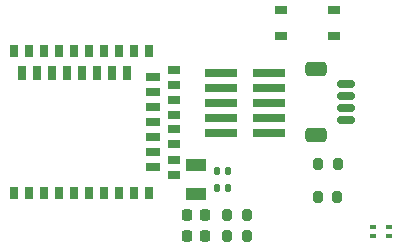
<source format=gbr>
%TF.GenerationSoftware,KiCad,Pcbnew,8.0.2*%
%TF.CreationDate,2024-05-18T21:01:54+12:00*%
%TF.ProjectId,yuzu-pcb,79757a75-2d70-4636-922e-6b696361645f,rev?*%
%TF.SameCoordinates,Original*%
%TF.FileFunction,Paste,Top*%
%TF.FilePolarity,Positive*%
%FSLAX46Y46*%
G04 Gerber Fmt 4.6, Leading zero omitted, Abs format (unit mm)*
G04 Created by KiCad (PCBNEW 8.0.2) date 2024-05-18 21:01:54*
%MOMM*%
%LPD*%
G01*
G04 APERTURE LIST*
G04 Aperture macros list*
%AMRoundRect*
0 Rectangle with rounded corners*
0 $1 Rounding radius*
0 $2 $3 $4 $5 $6 $7 $8 $9 X,Y pos of 4 corners*
0 Add a 4 corners polygon primitive as box body*
4,1,4,$2,$3,$4,$5,$6,$7,$8,$9,$2,$3,0*
0 Add four circle primitives for the rounded corners*
1,1,$1+$1,$2,$3*
1,1,$1+$1,$4,$5*
1,1,$1+$1,$6,$7*
1,1,$1+$1,$8,$9*
0 Add four rect primitives between the rounded corners*
20,1,$1+$1,$2,$3,$4,$5,0*
20,1,$1+$1,$4,$5,$6,$7,0*
20,1,$1+$1,$6,$7,$8,$9,0*
20,1,$1+$1,$8,$9,$2,$3,0*%
G04 Aperture macros list end*
%ADD10RoundRect,0.200000X0.200000X0.275000X-0.200000X0.275000X-0.200000X-0.275000X0.200000X-0.275000X0*%
%ADD11RoundRect,0.150000X0.625000X-0.150000X0.625000X0.150000X-0.625000X0.150000X-0.625000X-0.150000X0*%
%ADD12RoundRect,0.250000X0.650000X-0.350000X0.650000X0.350000X-0.650000X0.350000X-0.650000X-0.350000X0*%
%ADD13RoundRect,0.218750X0.218750X0.256250X-0.218750X0.256250X-0.218750X-0.256250X0.218750X-0.256250X0*%
%ADD14R,1.800000X1.000000*%
%ADD15RoundRect,0.140000X-0.140000X-0.170000X0.140000X-0.170000X0.140000X0.170000X-0.140000X0.170000X0*%
%ADD16RoundRect,0.200000X-0.200000X-0.275000X0.200000X-0.275000X0.200000X0.275000X-0.200000X0.275000X0*%
%ADD17R,0.500000X0.300000*%
%ADD18R,2.790000X0.740000*%
%ADD19R,0.800000X1.000000*%
%ADD20R,0.800000X0.999700*%
%ADD21R,1.000000X0.800000*%
%ADD22R,1.200000X0.800000*%
%ADD23R,1.000000X0.745000*%
%ADD24R,1.000000X0.765000*%
%ADD25R,1.000000X0.785000*%
%ADD26R,0.800000X1.200000*%
%ADD27R,1.000000X0.700000*%
G04 APERTURE END LIST*
D10*
%TO.C,R2*%
X131315000Y-115050000D03*
X129665000Y-115050000D03*
%TD*%
D11*
%TO.C,J2*%
X132025000Y-111300000D03*
X132025000Y-110300000D03*
X132025000Y-109300000D03*
X132025000Y-108300000D03*
D12*
X129500000Y-112600000D03*
X129500000Y-107000000D03*
%TD*%
D13*
%TO.C,D2*%
X120107500Y-119350000D03*
X118532500Y-119350000D03*
%TD*%
D14*
%TO.C,X2*%
X119320000Y-115100000D03*
X119320000Y-117600000D03*
%TD*%
D15*
%TO.C,C3*%
X121090000Y-115600000D03*
X122050000Y-115600000D03*
%TD*%
D10*
%TO.C,R3*%
X131275000Y-117800000D03*
X129625000Y-117800000D03*
%TD*%
D16*
%TO.C,R1*%
X121995000Y-121100000D03*
X123645000Y-121100000D03*
%TD*%
D17*
%TO.C,U2*%
X134300000Y-120350000D03*
X134300000Y-121150000D03*
X135700000Y-121150000D03*
X135700000Y-120350000D03*
%TD*%
D16*
%TO.C,R4*%
X121995000Y-119350000D03*
X123645000Y-119350000D03*
%TD*%
D15*
%TO.C,C1*%
X121090000Y-117100000D03*
X122050000Y-117100000D03*
%TD*%
D18*
%TO.C,J1*%
X125482000Y-112390000D03*
X121418000Y-112390000D03*
X125482000Y-111120000D03*
X121418000Y-111120000D03*
X125482000Y-109850000D03*
X121418000Y-109850000D03*
X125482000Y-108580000D03*
X121418000Y-108580000D03*
X125482000Y-107310000D03*
X121418000Y-107310000D03*
%TD*%
D19*
%TO.C,U1*%
X103950000Y-117500000D03*
X105220000Y-117500000D03*
X106490000Y-117500000D03*
X107760000Y-117500000D03*
X109030000Y-117500000D03*
X110300000Y-117500000D03*
X111570000Y-117500000D03*
X112840000Y-117500000D03*
D20*
X114107200Y-117500150D03*
D19*
X115380000Y-117500000D03*
D21*
X117480000Y-115945000D03*
D22*
X115680000Y-115309750D03*
D21*
X117480000Y-114675000D03*
D22*
X115680000Y-114039750D03*
D23*
X117480000Y-113377500D03*
D22*
X115680000Y-112769750D03*
D24*
X117480000Y-112117500D03*
D22*
X115680000Y-111499750D03*
D25*
X117480000Y-110857500D03*
D22*
X115680000Y-110229750D03*
D21*
X117480000Y-109595000D03*
D22*
X115680000Y-108959750D03*
D21*
X117480000Y-108325000D03*
D22*
X115680000Y-107690000D03*
D21*
X117480000Y-107055000D03*
D19*
X115380000Y-105500000D03*
X114110000Y-105500000D03*
D26*
X113475000Y-107300000D03*
D19*
X112840000Y-105500000D03*
D26*
X112205000Y-107300000D03*
D19*
X111570000Y-105500000D03*
D26*
X110935000Y-107300000D03*
D19*
X110300000Y-105500000D03*
D26*
X109665000Y-107300000D03*
D19*
X109030000Y-105500000D03*
D26*
X108395000Y-107300000D03*
D19*
X107760000Y-105500000D03*
D26*
X107125000Y-107300000D03*
D19*
X106490000Y-105500000D03*
D26*
X105855000Y-107300000D03*
D20*
X105222800Y-105499850D03*
D26*
X104590000Y-107300000D03*
D19*
X103950000Y-105500000D03*
%TD*%
D27*
%TO.C,SW1*%
X130990000Y-104175000D03*
X126490000Y-104175000D03*
X130990000Y-102025000D03*
X126490000Y-102025000D03*
%TD*%
D13*
%TO.C,D1*%
X120107500Y-121100000D03*
X118532500Y-121100000D03*
%TD*%
M02*

</source>
